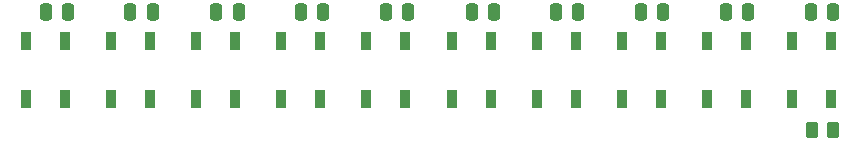
<source format=gbr>
%TF.GenerationSoftware,KiCad,Pcbnew,8.0.6*%
%TF.CreationDate,2025-02-09T14:24:31+00:00*%
%TF.ProjectId,disturbance-free-calling,64697374-7572-4626-916e-63652d667265,rev?*%
%TF.SameCoordinates,Original*%
%TF.FileFunction,Paste,Top*%
%TF.FilePolarity,Positive*%
%FSLAX46Y46*%
G04 Gerber Fmt 4.6, Leading zero omitted, Abs format (unit mm)*
G04 Created by KiCad (PCBNEW 8.0.6) date 2025-02-09 14:24:31*
%MOMM*%
%LPD*%
G01*
G04 APERTURE LIST*
G04 Aperture macros list*
%AMRoundRect*
0 Rectangle with rounded corners*
0 $1 Rounding radius*
0 $2 $3 $4 $5 $6 $7 $8 $9 X,Y pos of 4 corners*
0 Add a 4 corners polygon primitive as box body*
4,1,4,$2,$3,$4,$5,$6,$7,$8,$9,$2,$3,0*
0 Add four circle primitives for the rounded corners*
1,1,$1+$1,$2,$3*
1,1,$1+$1,$4,$5*
1,1,$1+$1,$6,$7*
1,1,$1+$1,$8,$9*
0 Add four rect primitives between the rounded corners*
20,1,$1+$1,$2,$3,$4,$5,0*
20,1,$1+$1,$4,$5,$6,$7,0*
20,1,$1+$1,$6,$7,$8,$9,0*
20,1,$1+$1,$8,$9,$2,$3,0*%
G04 Aperture macros list end*
%ADD10RoundRect,0.250000X0.262500X0.450000X-0.262500X0.450000X-0.262500X-0.450000X0.262500X-0.450000X0*%
%ADD11RoundRect,0.090000X-0.360000X0.660000X-0.360000X-0.660000X0.360000X-0.660000X0.360000X0.660000X0*%
%ADD12RoundRect,0.250000X0.250000X0.475000X-0.250000X0.475000X-0.250000X-0.475000X0.250000X-0.475000X0*%
G04 APERTURE END LIST*
D10*
%TO.C,R1*%
X137312500Y-65200000D03*
X135487500Y-65200000D03*
%TD*%
D11*
%TO.C,D4*%
X115509372Y-57632500D03*
X112209372Y-57632500D03*
X112209372Y-62532500D03*
X115509372Y-62532500D03*
%TD*%
%TO.C,D10*%
X72247484Y-57632500D03*
X68947484Y-57632500D03*
X68947484Y-62532500D03*
X72247484Y-62532500D03*
%TD*%
D12*
%TO.C,C10*%
X72550000Y-55200000D03*
X70650000Y-55200000D03*
%TD*%
D11*
%TO.C,D5*%
X108299058Y-57632500D03*
X104999058Y-57632500D03*
X104999058Y-62532500D03*
X108299058Y-62532500D03*
%TD*%
D12*
%TO.C,C5*%
X108587500Y-55200000D03*
X106687500Y-55200000D03*
%TD*%
D11*
%TO.C,D1*%
X137140314Y-57632500D03*
X133840314Y-57632500D03*
X133840314Y-62532500D03*
X137140314Y-62532500D03*
%TD*%
D12*
%TO.C,C4*%
X115712500Y-55200000D03*
X113812500Y-55200000D03*
%TD*%
%TO.C,C7*%
X94112500Y-55200000D03*
X92212500Y-55200000D03*
%TD*%
D11*
%TO.C,D3*%
X122719686Y-57632500D03*
X119419686Y-57632500D03*
X119419686Y-62532500D03*
X122719686Y-62532500D03*
%TD*%
%TO.C,D7*%
X93878430Y-57632500D03*
X90578430Y-57632500D03*
X90578430Y-62532500D03*
X93878430Y-62532500D03*
%TD*%
D12*
%TO.C,C8*%
X86987500Y-55200000D03*
X85087500Y-55200000D03*
%TD*%
%TO.C,C1*%
X137312500Y-55200000D03*
X135412500Y-55200000D03*
%TD*%
D11*
%TO.C,D6*%
X101088744Y-57632500D03*
X97788744Y-57632500D03*
X97788744Y-62532500D03*
X101088744Y-62532500D03*
%TD*%
D12*
%TO.C,C6*%
X101312500Y-55200000D03*
X99412500Y-55200000D03*
%TD*%
%TO.C,C3*%
X122912500Y-55200000D03*
X121012500Y-55200000D03*
%TD*%
%TO.C,C9*%
X79712500Y-55200000D03*
X77812500Y-55200000D03*
%TD*%
D11*
%TO.C,D2*%
X129930000Y-57632500D03*
X126630000Y-57632500D03*
X126630000Y-62532500D03*
X129930000Y-62532500D03*
%TD*%
D12*
%TO.C,C2*%
X130112500Y-55200000D03*
X128212500Y-55200000D03*
%TD*%
D11*
%TO.C,D8*%
X86668116Y-57632500D03*
X83368116Y-57632500D03*
X83368116Y-62532500D03*
X86668116Y-62532500D03*
%TD*%
%TO.C,D9*%
X79457802Y-57632500D03*
X76157802Y-57632500D03*
X76157802Y-62532500D03*
X79457802Y-62532500D03*
%TD*%
M02*

</source>
